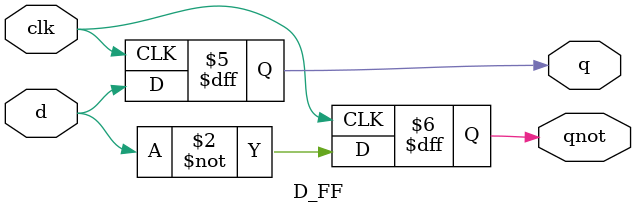
<source format=v>
 
    

//endmodule
module D_FF (
    input wire clk,    // Clock input
    input wire d,      // Data input
    output reg q=0,      // Data output
    output reg qnot=1    // Complement of data output
);
    always @(posedge clk) begin
        q <= d;          // Update q on the rising edge of the clock
        qnot <= ~d;      // Complement q
    end
endmodule

</source>
